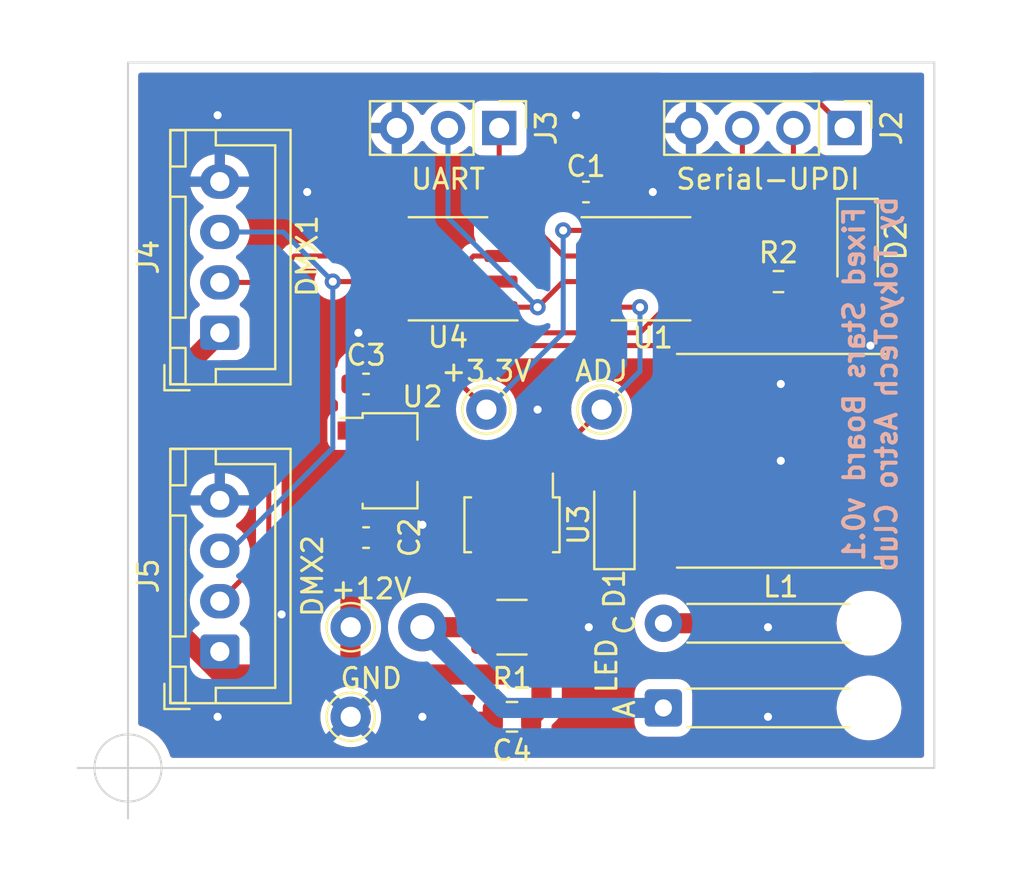
<source format=kicad_pcb>
(kicad_pcb (version 20211014) (generator pcbnew)
  (layers (0 "F.Cu" signal) (31 "B.Cu" signal) (34 "B.Paste" user) (35 "F.Paste" user) (36 "B.SilkS" user "B.Silkscreen") (37 "F.SilkS" user "F.Silkscreen") (38 "B.Mask" user) (39 "F.Mask" user) (44 "Edge.Cuts" user))
  (net 0 "")
  (net 1 "+3.3V")
  (net 2 "GND")
  (net 3 "+12V")
  (net 4 "Net-(D1-Pad2)")
  (net 5 "Net-(D2-Pad1)")
  (net 6 "Net-(D2-Pad2)")
  (net 7 "Net-(J1-Pad1)")
  (net 8 "Net-(J1-Pad2)")
  (net 9 "/UART_TX")
  (net 10 "/UART_RX")
  (net 11 "Net-(J4-Pad2)")
  (net 12 "Net-(J4-Pad3)")
  (net 13 "/UPDI")
  (net 14 "/LED_ADJ")
  (net 15 "/~{RS485_RE}")
  (net 16 "/RS485_DE")
  (footprint "TestPoint:TestPoint_THTPad_D2.0mm_Drill1.0mm" (layer "F.Cu") (at 111.049 143.015)
    (fp_text reference "TP1" hide)
    (fp_text value "+12V" (at 1.016 -1.905) (layer "F.SilkS"))
    (fp_circle (center 0 0) (end 0 1.2) (layer "F.SilkS") (width 0.12) (fill none))
    (pad "1" thru_hole circle (at 0 0) (size 2 2) (drill 1) (layers *.Cu *.Mask) (net 3 "+12V"))
  )
  (footprint "Connector_PinHeader_2.54mm:PinHeader_1x03_P2.54mm_Vertical" (layer "F.Cu") (at 118.415 118.25 -90)
    (fp_text reference "J3" (at 0 -2.33 90) (layer "F.SilkS"))
    (fp_text value "UART" (at 2.54 2.54) (layer "F.SilkS"))
    (fp_line (start 1.33 1.27) (end 1.33 6.41) (layer "F.SilkS") (width 0.12))
    (fp_line (start -1.33 1.27) (end 1.33 1.27) (layer "F.SilkS") (width 0.12))
    (fp_line (start -1.33 6.41) (end 1.33 6.41) (layer "F.SilkS") (width 0.12))
    (fp_line (start -1.33 1.27) (end -1.33 6.41) (layer "F.SilkS") (width 0.12))
    (fp_line (start -1.33 -1.33) (end 0 -1.33) (layer "F.SilkS") (width 0.12))
    (fp_line (start -1.33 0) (end -1.33 -1.33) (layer "F.SilkS") (width 0.12))
    (pad "1" thru_hole rect (at 0 0 270) (size 1.7 1.7) (drill 1) (layers *.Cu *.Mask) (net 9 "/UART_TX"))
    (pad "2" thru_hole oval (at 0 2.54 270) (size 1.7 1.7) (drill 1) (layers *.Cu *.Mask) (net 10 "/UART_RX"))
    (pad "3" thru_hole oval (at 0 5.08 270) (size 1.7 1.7) (drill 1) (layers *.Cu *.Mask) (net 2 "GND"))
  )
  (footprint "Package_SO:SOP-8_3.9x4.9mm_P1.27mm" (layer "F.Cu") (at 115.875 125.235 180)
    (fp_text reference "U4" (at 0 -3.4) (layer "F.SilkS"))
    (fp_text value "MAX3485")
    (fp_line (start 0 2.56) (end -1.95 2.56) (layer "F.SilkS") (width 0.12))
    (fp_line (start 0 2.56) (end 1.95 2.56) (layer "F.SilkS") (width 0.12))
    (fp_line (start 0 -2.56) (end -3.45 -2.56) (layer "F.SilkS") (width 0.12))
    (fp_line (start 0 -2.56) (end 1.95 -2.56) (layer "F.SilkS") (width 0.12))
    (pad "1" smd roundrect (at -2.625 -1.905 180) (size 1.65 0.6) (layers "F.Cu" "F.Paste" "F.Mask") (net 10 "/UART_RX"))
    (pad "2" smd roundrect (at -2.625 -0.635 180) (size 1.65 0.6) (layers "F.Cu" "F.Paste" "F.Mask") (net 15 "/~{RS485_RE}"))
    (pad "3" smd roundrect (at -2.625 0.635 180) (size 1.65 0.6) (layers "F.Cu" "F.Paste" "F.Mask") (net 16 "/RS485_DE"))
    (pad "4" smd roundrect (at -2.625 1.905 180) (size 1.65 0.6) (layers "F.Cu" "F.Paste" "F.Mask") (net 9 "/UART_TX"))
    (pad "5" smd roundrect (at 2.625 1.905 180) (size 1.65 0.6) (layers "F.Cu" "F.Paste" "F.Mask") (net 2 "GND"))
    (pad "6" smd roundrect (at 2.625 0.635 180) (size 1.65 0.6) (layers "F.Cu" "F.Paste" "F.Mask") (net 11 "Net-(J4-Pad2)"))
    (pad "7" smd roundrect (at 2.625 -0.635 180) (size 1.65 0.6) (layers "F.Cu" "F.Paste" "F.Mask") (net 12 "Net-(J4-Pad3)"))
    (pad "8" smd roundrect (at 2.625 -1.905 180) (size 1.65 0.6) (layers "F.Cu" "F.Paste" "F.Mask") (net 1 "+3.3V"))
  )
  (footprint "Capacitor_SMD:C_0603_1608Metric" (layer "F.Cu") (at 122.72 121.425 180)
    (fp_text reference "C1" (at 0 1.27) (layer "F.SilkS"))
    (fp_text value "0.1u")
    (fp_line (start -0.14058 0.51) (end 0.14058 0.51) (layer "F.SilkS") (width 0.12))
    (fp_line (start -0.14058 -0.51) (end 0.14058 -0.51) (layer "F.SilkS") (width 0.12))
    (pad "1" smd roundrect (at -0.775 0 180) (size 0.9 0.95) (layers "F.Cu" "F.Paste" "F.Mask") (net 1 "+3.3V"))
    (pad "2" smd roundrect (at 0.775 0 180) (size 0.9 0.95) (layers "F.Cu" "F.Paste" "F.Mask") (net 2 "GND"))
  )
  (footprint "TestPoint:TestPoint_THTPad_D2.0mm_Drill1.0mm" (layer "F.Cu") (at 123.495 132.22)
    (fp_text reference "TP4" hide)
    (fp_text value "ADJ" (at 0 -1.905) (layer "F.SilkS"))
    (fp_circle (center 0 0) (end 0 1.2) (layer "F.SilkS") (width 0.12) (fill none))
    (pad "1" thru_hole circle (at 0 0) (size 2 2) (drill 1) (layers *.Cu *.Mask) (net 14 "/LED_ADJ"))
  )
  (footprint "Inductor_SMD:L_Taiyo-Yuden_NR-10050_9.8x10.0mm" (layer "F.Cu") (at 132.385 134.76 180)
    (fp_text reference "L1" (at 0 -6.25) (layer "F.SilkS"))
    (fp_text value "68u")
    (fp_line (start -5.15 5.3) (end 5.15 5.3) (layer "F.SilkS") (width 0.12))
    (fp_line (start -5.15 -5.3) (end 5.15 -5.3) (layer "F.SilkS") (width 0.12))
    (pad "1" smd rect (at -4 0 180) (size 2.6 4.5) (layers "F.Cu" "F.Paste" "F.Mask") (net 8 "Net-(J1-Pad2)"))
    (pad "2" smd rect (at 4 0 180) (size 2.6 4.5) (layers "F.Cu" "F.Paste" "F.Mask") (net 4 "Net-(D1-Pad2)"))
  )
  (footprint "TestPoint:TestPoint_THTPad_D2.0mm_Drill1.0mm" (layer "F.Cu") (at 111.049 147.46)
    (fp_text reference "TP2" hide)
    (fp_text value "GND" (at 1.016 -1.905) (layer "F.SilkS"))
    (fp_circle (center 0 0) (end 0 1.2) (layer "F.SilkS") (width 0.12) (fill none))
    (pad "1" thru_hole circle (at 0 0) (size 2 2) (drill 1) (layers *.Cu *.Mask) (net 2 "GND"))
  )
  (footprint "Package_TO_SOT_SMD:SOT-89-5" (layer "F.Cu") (at 119.05 137.935 -90)
    (fp_text reference "U3" (at 0 -3.302 90) (layer "F.SilkS"))
    (fp_text value "CL6808")
    (fp_line (start -1.36 2.36) (end -1.36 2.03) (layer "F.SilkS") (width 0.12))
    (fp_line (start 1.36 2.03) (end 1.36 2.36) (layer "F.SilkS") (width 0.12))
    (fp_line (start -2.54 -2.03) (end -1.36 -2.03) (layer "F.SilkS") (width 0.12))
    (fp_line (start -1.36 -2.36) (end 1.36 -2.36) (layer "F.SilkS") (width 0.12))
    (fp_line (start 1.36 2.36) (end -1.36 2.36) (layer "F.SilkS") (width 0.12))
    (fp_line (start -1.36 -2.36) (end -1.36 -2.03) (layer "F.SilkS") (width 0.12))
    (fp_line (start 1.36 -2.36) (end 1.36 -2.03) (layer "F.SilkS") (width 0.12))
    (pad "1" smd rect (at -1.85 -1.5 270) (size 1.5 0.7) (layers "F.Cu" "F.Paste" "F.Mask") (net 4 "Net-(D1-Pad2)"))
    (pad "2" smd custom (at 0 0 270) (size 0.8 2) (layers "F.Cu" "F.Paste" "F.Mask") (net 2 "GND") (options (clearance outline) (anchor rect)) (primitives (gr_poly (pts (xy 0.9 -0.5) (xy 2.6 -0.5) (xy 2.6 0.5) (xy 0.9 0.5) (xy 0.4 1) (xy -0.4 1) (xy -0.9 0.5) (xy -2.6 0.5) (xy -2.6 -0.5) (xy -0.9 -0.5) (xy -0.4 -1) (xy 0.4 -1)) (width 0) (fill yes))))
    (pad "3" smd rect (at -1.85 1.5 270) (size 1.5 0.7) (layers "F.Cu" "F.Paste" "F.Mask") (net 14 "/LED_ADJ"))
    (pad "4" smd rect (at 1.85 1.5 270) (size 1.5 0.7) (layers "F.Cu" "F.Paste" "F.Mask") (net 7 "Net-(J1-Pad1)"))
    (pad "5" smd rect (at 1.85 -1.5 270) (size 1.5 0.7) (layers "F.Cu" "F.Paste" "F.Mask") (net 3 "+12V"))
  )
  (footprint "Connector_JST:JST_XH_B4B-XH-A_1x04_P2.50mm_Vertical" (layer "F.Cu") (at 104.555 144.225 90)
    (fp_text reference "J5" (at 3.75 -3.55 90) (layer "F.SilkS"))
    (fp_text value "DMX2" (at 3.75 4.6 90) (layer "F.SilkS"))
    (fp_line (start 10.05 -0.2) (end 9.3 -0.2) (layer "F.SilkS") (width 0.12))
    (fp_line (start -1.6 -2.75) (end -2.85 -2.75) (layer "F.SilkS") (width 0.12))
    (fp_line (start -1.8 2.75) (end 3.75 2.75) (layer "F.SilkS") (width 0.12))
    (fp_line (start 9.3 -0.2) (end 9.3 2.75) (layer "F.SilkS") (width 0.12))
    (fp_line (start 0.75 -2.45) (end 0.75 -1.7) (layer "F.SilkS") (width 0.12))
    (fp_line (start -2.55 -2.45) (end -2.55 -1.7) (layer "F.SilkS") (width 0.12))
    (fp_line (start 10.05 -2.45) (end 8.25 -2.45) (layer "F.SilkS") (width 0.12))
    (fp_line (start -0.75 -2.45) (end -2.55 -2.45) (layer "F.SilkS") (width 0.12))
    (fp_line (start -2.55 -0.2) (end -1.8 -0.2) (layer "F.SilkS") (width 0.12))
    (fp_line (start 10.05 -1.7) (end 10.05 -2.45) (layer "F.SilkS") (width 0.12))
    (fp_line (start 6.75 -2.45) (end 0.75 -2.45) (layer "F.SilkS") (width 0.12))
    (fp_line (start 10.06 3.51) (end 10.06 -2.46) (layer "F.SilkS") (width 0.12))
    (fp_line (start -1.8 -0.2) (end -1.8 2.75) (layer "F.SilkS") (width 0.12))
    (fp_line (start -0.75 -1.7) (end -0.75 -2.45) (layer "F.SilkS") (width 0.12))
    (fp_line (start 9.3 2.75) (end 3.75 2.75) (layer "F.SilkS") (width 0.12))
    (fp_line (start 6.75 -1.7) (end 6.75 -2.45) (layer "F.SilkS") (width 0.12))
    (fp_line (start 10.06 -2.46) (end -2.56 -2.46) (layer "F.SilkS") (width 0.12))
    (fp_line (start 8.25 -2.45) (end 8.25 -1.7) (layer "F.SilkS") (width 0.12))
    (fp_line (start -2.56 -2.46) (end -2.56 3.51) (layer "F.SilkS") (width 0.12))
    (fp_line (start 0.75 -1.7) (end 6.75 -1.7) (layer "F.SilkS") (width 0.12))
    (fp_line (start -2.85 -2.75) (end -2.85 -1.5) (layer "F.SilkS") (width 0.12))
    (fp_line (start -2.55 -1.7) (end -0.75 -1.7) (layer "F.SilkS") (width 0.12))
    (fp_line (start 8.25 -1.7) (end 10.05 -1.7) (layer "F.SilkS") (width 0.12))
    (fp_line (start -2.56 3.51) (end 10.06 3.51) (layer "F.SilkS") (width 0.12))
    (pad "1" thru_hole roundrect (at 0 0 90) (size 1.7 1.95) (drill 0.95) (layers *.Cu *.Mask) (roundrect_rratio 0.1470588235) (net 3 "+12V"))
    (pad "2" thru_hole oval (at 2.5 0 90) (size 1.7 1.95) (drill 0.95) (layers *.Cu *.Mask) (net 11 "Net-(J4-Pad2)"))
    (pad "3" thru_hole oval (at 5 0 90) (size 1.7 1.95) (drill 0.95) (layers *.Cu *.Mask) (net 12 "Net-(J4-Pad3)"))
    (pad "4" thru_hole oval (at 7.5 0 90) (size 1.7 1.95) (drill 0.95) (layers *.Cu *.Mask) (net 2 "GND"))
  )
  (footprint "Capacitor_SMD:C_0603_1608Metric" (layer "F.Cu") (at 111.811 138.57)
    (fp_text reference "C2" (at 2.159 0 -270) (layer "F.SilkS"))
    (fp_text value "1u")
    (fp_line (start -0.14058 -0.51) (end 0.14058 -0.51) (layer "F.SilkS") (width 0.12))
    (fp_line (start -0.14058 0.51) (end 0.14058 0.51) (layer "F.SilkS") (width 0.12))
    (pad "1" smd roundrect (at -0.775 0) (size 0.9 0.95) (layers "F.Cu" "F.Paste" "F.Mask") (net 3 "+12V"))
    (pad "2" smd roundrect (at 0.775 0) (size 0.9 0.95) (layers "F.Cu" "F.Paste" "F.Mask") (net 2 "GND"))
  )
  (footprint "Connector_JST:JST_XH_B4B-XH-A_1x04_P2.50mm_Vertical" (layer "F.Cu") (at 104.555 128.41 90)
    (fp_text reference "J4" (at 3.75 -3.55 90) (layer "F.SilkS"))
    (fp_text value "DMX1" (at 3.81 4.335 90) (layer "F.SilkS"))
    (fp_line (start -0.75 -2.45) (end -2.55 -2.45) (layer "F.SilkS") (width 0.12))
    (fp_line (start 10.06 3.51) (end 10.06 -2.46) (layer "F.SilkS") (width 0.12))
    (fp_line (start -2.56 3.51) (end 10.06 3.51) (layer "F.SilkS") (width 0.12))
    (fp_line (start -1.8 -0.2) (end -1.8 2.75) (layer "F.SilkS") (width 0.12))
    (fp_line (start 6.75 -1.7) (end 6.75 -2.45) (layer "F.SilkS") (width 0.12))
    (fp_line (start -1.6 -2.75) (end -2.85 -2.75) (layer "F.SilkS") (width 0.12))
    (fp_line (start -2.55 -2.45) (end -2.55 -1.7) (layer "F.SilkS") (width 0.12))
    (fp_line (start 10.05 -2.45) (end 8.25 -2.45) (layer "F.SilkS") (width 0.12))
    (fp_line (start 9.3 -0.2) (end 9.3 2.75) (layer "F.SilkS") (width 0.12))
    (fp_line (start 8.25 -2.45) (end 8.25 -1.7) (layer "F.SilkS") (width 0.12))
    (fp_line (start 8.25 -1.7) (end 10.05 -1.7) (layer "F.SilkS") (width 0.12))
    (fp_line (start -2.56 -2.46) (end -2.56 3.51) (layer "F.SilkS") (width 0.12))
    (fp_line (start -2.55 -0.2) (end -1.8 -0.2) (layer "F.SilkS") (width 0.12))
    (fp_line (start 10.06 -2.46) (end -2.56 -2.46) (layer "F.SilkS") (width 0.12))
    (fp_line (start -2.55 -1.7) (end -0.75 -1.7) (layer "F.SilkS") (width 0.12))
    (fp_line (start 6.75 -2.45) (end 0.75 -2.45) (layer "F.SilkS") (width 0.12))
    (fp_line (start -1.8 2.75) (end 3.75 2.75) (layer "F.SilkS") (width 0.12))
    (fp_line (start 10.05 -1.7) (end 10.05 -2.45) (layer "F.SilkS") (width 0.12))
    (fp_line (start -2.85 -2.75) (end -2.85 -1.5) (layer "F.SilkS") (width 0.12))
    (fp_line (start -0.75 -1.7) (end -0.75 -2.45) (layer "F.SilkS") (width 0.12))
    (fp_line (start 10.05 -0.2) (end 9.3 -0.2) (layer "F.SilkS") (width 0.12))
    (fp_line (start 0.75 -1.7) (end 6.75 -1.7) (layer "F.SilkS") (width 0.12))
    (fp_line (start 0.75 -2.45) (end 0.75 -1.7) (layer "F.SilkS") (width 0.12))
    (fp_line (start 9.3 2.75) (end 3.75 2.75) (layer "F.SilkS") (width 0.12))
    (pad "1" thru_hole roundrect (at 0 0 90) (size 1.7 1.95) (drill 0.95) (layers *.Cu *.Mask) (roundrect_rratio 0.1470588235) (net 3 "+12V"))
    (pad "2" thru_hole oval (at 2.5 0 90) (size 1.7 1.95) (drill 0.95) (layers *.Cu *.Mask) (net 11 "Net-(J4-Pad2)"))
    (pad "3" thru_hole oval (at 5 0 90) (size 1.7 1.95) (drill 0.95) (layers *.Cu *.Mask) (net 12 "Net-(J4-Pad3)"))
    (pad "4" thru_hole oval (at 7.5 0 90) (size 1.7 1.95) (drill 0.95) (layers *.Cu *.Mask) (net 2 "GND"))
  )
  (footprint "Resistor_SMD:R_1210_3225Metric" (layer "F.Cu") (at 119.05 143.015)
    (fp_text reference "R1" (at 0 2.54) (layer "F.SilkS"))
    (fp_text value "0.1")
    (fp_line (start -0.723737 1.355) (end 0.723737 1.355) (layer "F.SilkS") (width 0.12))
    (fp_line (start -0.723737 -1.355) (end 0.723737 -1.355) (layer "F.SilkS") (width 0.12))
    (pad "1" smd roundrect (at -1.4625 0) (size 1.125 2.65) (layers "F.Cu" "F.Paste" "F.Mask") (roundrect_rratio 0.2222222222) (net 7 "Net-(J1-Pad1)"))
    (pad "2" smd roundrect (at 1.4625 0) (size 1.125 2.65) (layers "F.Cu" "F.Paste" "F.Mask") (roundrect_rratio 0.2222222222) (net 3 "+12V"))
  )
  (footprint "Connector_PinHeader_2.54mm:PinHeader_1x04_P2.54mm_Vertical" (layer "F.Cu") (at 135.55 118.25 -90)
    (fp_text reference "J2" (at 0 -2.33 90) (layer "F.SilkS"))
    (fp_text value "Serial-UPDI" (at 2.54 3.8) (layer "F.SilkS"))
    (fp_line (start -1.33 8.95) (end 1.33 8.95) (layer "F.SilkS") (width 0.12))
    (fp_line (start -1.33 0) (end -1.33 -1.33) (layer "F.SilkS") (width 0.12))
    (fp_line (start 1.33 1.27) (end 1.33 8.95) (layer "F.SilkS") (width 0.12))
    (fp_line (start -1.33 -1.33) (end 0 -1.33) (layer "F.SilkS") (width 0.12))
    (fp_line (start -1.33 1.27) (end -1.33 8.95) (layer "F.SilkS") (width 0.12))
    (fp_line (start -1.33 1.27) (end 1.33 1.27) (layer "F.SilkS") (width 0.12))
    (pad "1" thru_hole rect (at 0 0 270) (size 1.7 1.7) (drill 1) (layers *.Cu *.Mask) (net 1 "+3.3V"))
    (pad "2" thru_hole oval (at 0 2.54 270) (size 1.7 1.7) (drill 1) (layers *.Cu *.Mask) (net 5 "Net-(D2-Pad1)"))
    (pad "3" thru_hole oval (at 0 5.08 270) (size 1.7 1.7) (drill 1) (layers *.Cu *.Mask) (net 6 "Net-(D2-Pad2)"))
    (pad "4" thru_hole oval (at 0 7.62 270) (size 1.7 1.7) (drill 1) (layers *.Cu *.Mask) (net 2 "GND"))
  )
  (footprint "Package_SO:SOIC-8_3.9x4.9mm_P1.27mm" (layer "F.Cu") (at 125.95 125.235)
    (fp_text reference "U1" (at 0.085 3.429) (layer "F.SilkS"))
    (fp_text value "ATtiny202-SS")
    (fp_line (start 0 -2.56) (end -3.45 -2.56) (layer "F.SilkS") (width 0.12))
    (fp_line (start 0 -2.56) (end 1.95 -2.56) (layer "F.SilkS") (width 0.12))
    (fp_line (start 0 2.56) (end 1.95 2.56) (layer "F.SilkS") (width 0.12))
    (fp_line (start 0 2.56) (end -1.95 2.56) (layer "F.SilkS") (width 0.12))
    (pad "1" smd roundrect (at -2.475 -1.905) (size 1.95 0.6) (layers "F.Cu" "F.Paste" "F.Mask") (net 1 "+3.3V"))
    (pad "2" smd roundrect (at -2.475 -0.635) (size 1.95 0.6) (layers "F.Cu" "F.Paste" "F.Mask") (net 9 "/UART_TX"))
    (pad "3" smd roundrect (at -2.475 0.635) (size 1.95 0.6) (layers "F.Cu" "F.Paste" "F.Mask") (net 10 "/UART_RX"))
    (pad "4" smd roundrect (at -2.475 1.905) (size 1.95 0.6) (layers "F.Cu" "F.Paste" "F.Mask") (net 14 "/LED_ADJ"))
    (pad "5" smd roundrect (at 2.475 1.905) (size 1.95 0.6) (layers "F.Cu" "F.Paste" "F.Mask") (net 16 "/RS485_DE"))
    (pad "6" smd roundrect (at 2.475 0.635) (size 1.95 0.6) (layers "F.Cu" "F.Paste" "F.Mask") (net 13 "/UPDI"))
    (pad "7" smd roundrect (at 2.475 -0.635) (size 1.95 0.6) (layers "F.Cu" "F.Paste" "F.Mask") (net 15 "/~{RS485_RE}"))
    (pad "8" smd roundrect (at 2.475 -1.905) (size 1.95 0.6) (layers "F.Cu" "F.Paste" "F.Mask") (net 2 "GND"))
  )
  (footprint "Capacitor_SMD:C_0805_2012Metric" (layer "F.Cu") (at 119.05 147.46 180)
    (fp_text reference "C4" (at 0 -1.68) (layer "F.SilkS"))
    (fp_text value "4.7u50V")
    (fp_line (start -0.261252 0.735) (end 0.261252 0.735) (layer "F.SilkS") (width 0.12))
    (fp_line (start -0.261252 -0.735) (end 0.261252 -0.735) (layer "F.SilkS") (width 0.12))
    (pad "1" smd roundrect (at -0.95 0 180) (size 1 1.45) (layers "F.Cu" "F.Paste" "F.Mask") (net 3 "+12V"))
    (pad "2" smd roundrect (at 0.95 0 180) (size 1 1.45) (layers "F.Cu" "F.Paste" "F.Mask") (net 2 "GND"))
  )
  (footprint "Diode_SMD:D_SOD-123F" (layer "F.Cu") (at 136.195 123.965 -90)
    (fp_text reference "D2" (at -0.127 -1.905 90) (layer "F.SilkS"))
    (fp_text value "SS2040FL")
    (fp_line (start -2.2 -1) (end 1.65 -1) (layer "F.SilkS") (width 0.12))
    (fp_line (start -2.2 1) (end 1.65 1) (layer "F.SilkS") (width 0.12))
    (fp_line (start -2.2 -1) (end -2.2 1) (layer "F.SilkS") (width 0.12))
    (pad "1" smd rect (at -1.4 0 270) (size 1.1 1.1) (layers "F.Cu" "F.Paste" "F.Mask") (net 5 "Net-(D2-Pad1)"))
    (pad "2" smd rect (at 1.4 0 270) (size 1.1 1.1) (layers "F.Cu" "F.Paste" "F.Mask") (net 6 "Net-(D2-Pad2)"))
  )
  (footprint "Resistor_SMD:R_0603_1608Metric" (layer "F.Cu") (at 132.27 125.87)
    (fp_text reference "R2" (at 0 -1.43) (layer "F.SilkS"))
    (fp_text value "1k")
    (fp_line (start -0.237258 -0.5225) (end 0.237258 -0.5225) (layer "F.SilkS") (width 0.12))
    (fp_line (start -0.237258 0.5225) (end 0.237258 0.5225) (layer "F.SilkS") (width 0.12))
    (pad "1" smd roundrect (at -0.825 0) (size 0.8 0.95) (layers "F.Cu" "F.Paste" "F.Mask") (net 13 "/UPDI"))
    (pad "2" smd roundrect (at 0.825 0) (size 0.8 0.95) (layers "F.Cu" "F.Paste" "F.Mask") (net 6 "Net-(D2-Pad2)"))
  )
  (footprint "Capacitor_SMD:C_0603_1608Metric" (layer "F.Cu") (at 111.811 130.95)
    (fp_text reference "C3" (at 0 -1.43) (layer "F.SilkS"))
    (fp_text value "0.1u")
    (fp_line (start -0.14058 0.51) (end 0.14058 0.51) (layer "F.SilkS") (width 0.12))
    (fp_line (start -0.14058 -0.51) (end 0.14058 -0.51) (layer "F.SilkS") (width 0.12))
    (pad "1" smd roundrect (at -0.775 0) (size 0.9 0.95) (layers "F.Cu" "F.Paste" "F.Mask") (net 1 "+3.3V"))
    (pad "2" smd roundrect (at 0.775 0) (size 0.9 0.95) (layers "F.Cu" "F.Paste" "F.Mask") (net 2 "GND"))
  )
  (footprint "Package_TO_SOT_SMD:SOT-89-3" (layer "F.Cu") (at 112.7 134.76)
    (fp_text reference "U2" (at 1.905 -3.175) (layer "F.SilkS"))
    (fp_text value "NJM78L33SU3")
    (fp_line (start -2.2 -2.13) (end -1.06 -2.13) (layer "F.SilkS") (width 0.12))
    (fp_line (start -1.06 -2.36) (end 1.66 -2.36) (layer "F.SilkS") (width 0.12))
    (fp_line (start 1.66 -2.36) (end 1.66 -1.05) (layer "F.SilkS") (width 0.12))
    (fp_line (start 1.66 2.36) (end -1.06 2.36) (layer "F.SilkS") (width 0.12))
    (fp_line (start 1.66 1.05) (end 1.66 2.36) (layer "F.SilkS") (width 0.12))
    (fp_line (start -1.06 2.36) (end -1.06 2.13) (layer "F.SilkS") (width 0.12))
    (fp_line (start -1.06 -2.36) (end -1.06 -2.13) (layer "F.SilkS") (width 0.12))
    (pad "1" smd rect (at -1.65 -1.5) (size 1.3 0.9) (layers "F.Cu" "F.Paste" "F.Mask") (net 1 "+3.3V"))
    (pad "2" smd custom (at -1.5625 0) (size 1.475 0.9) (layers "F.Cu" "F.Paste" "F.Mask") (net 2 "GND") (options (clearance outline) (anchor rect)) (primitives (gr_poly (pts (xy 3.8625 0.8665) (xy 0.7375 0.8665) (xy 0.7375 -0.8665) (xy 3.8625 -0.8665)) (width 0) (fill yes))))
    (pad "3" smd rect (at -1.65 1.5) (size 1.3 0.9) (layers "F.Cu" "F.Paste" "F.Mask") (net 3 "+12V"))
  )
  (footprint "Diode_SMD:D_SOD-123F" (layer "F.Cu") (at 124.13 137.935 90)
    (fp_text reference "D1" (at -3.175 0 90) (layer "F.SilkS"))
    (fp_text value "SS2040FL")
    (fp_line (start -2.2 1) (end 1.65 1) (layer "F.SilkS") (width 0.12))
    (fp_line (start -2.2 -1) (end 1.65 -1) (layer "F.SilkS") (width 0.12))
    (fp_line (start -2.2 -1) (end -2.2 1) (layer "F.SilkS") (width 0.12))
    (pad "1" smd rect (at -1.4 0 90) (size 1.1 1.1) (layers "F.Cu" "F.Paste" "F.Mask") (net 3 "+12V"))
    (pad "2" smd rect (at 1.4 0 90) (size 1.1 1.1) (layers "F.Cu" "F.Paste" "F.Mask") (net 4 "Net-(D1-Pad2)"))
  )
  (footprint "Connector_Wire:SolderWire-0.25sqmm_1x02_P4.2mm_D0.65mm_OD1.7mm_Relief" (layer "F.Cu") (at 126.56 147.02 90)
    (fp_text reference "J1" hide)
    (fp_text value "LED" (at 2.1 -2.811 90) (layer "F.SilkS"))
    (fp_line (start -0.96 1.185) (end -0.96 9.24) (layer "F.SilkS") (width 0.12))
    (fp_line (start 3.24 1.185) (end 3.24 9.24) (layer "F.SilkS") (width 0.12))
    (fp_line (start 5.16 1.185) (end 5.16 9.24) (layer "F.SilkS") (width 0.12))
    (fp_line (start 0.96 1.185) (end 0.96 9.24) (layer "F.SilkS") (width 0.12))
    (pad "" np_thru_hole circle (at 4.2 10.2 90) (size 2.2 2.2) (drill 2.2) (layers *.Cu *.Mask))
    (pad "" np_thru_hole circle (at 0 10.2 90) (size 2.2 2.2) (drill 2.2) (layers *.Cu *.Mask))
    (pad "1" thru_hole roundrect (at 0 0 90) (size 1.85 1.85) (drill 0.85) (layers *.Cu *.Mask) (roundrect_rratio 0.1351351351) (net 7 "Net-(J1-Pad1)"))
    (pad "2" thru_hole circle (at 4.2 0 90) (size 1.85 1.85) (drill 0.85) (layers *.Cu *.Mask) (net 8 "Net-(J1-Pad2)"))
  )
  (footprint "TestPoint:TestPoint_THTPad_D2.0mm_Drill1.0mm" (layer "F.Cu") (at 117.78 132.22)
    (fp_text reference "TP3" hide)
    (fp_text value "+3.3V" (at 0 -1.905) (layer "F.SilkS"))
    (fp_circle (center 0 0) (end 0 1.2) (layer "F.SilkS") (width 0.12) (fill none))
    (pad "1" thru_hole circle (at 0 0) (size 2 2) (drill 1) (layers *.Cu *.Mask) (net 1 "+3.3V"))
  )
  (gr_rect (start 100 150) (end 140 115) (layer "Edge.Cuts") (width 0.1) (fill none))
  (gr_text "Fixed Stars Board v0.1\nby TokyoTech Astro Club" (at 136.83 130.95 90) (layer "B.SilkS") (effects (font (size 1 1) (thickness 0.2)) (justify mirror)))
  (gr_text "A" (at 124.638 147.079 90) (layer "F.SilkS") (effects (font (size 1 1))))
  (gr_text "C" (at 124.638 142.888 90) (layer "F.SilkS") (effects (font (size 1 1))))
  (target plus (at 100 150) (size 5) (width 0.1) (layer "Edge.Cuts"))
  (segment (start 113.335 129.68) (end 115.24 129.68) (width 0.25) (layer "F.Cu") (net 1))
  (segment (start 113.335 127.225) (end 113.335 129.68) (width 0.25) (layer "F.Cu") (net 1))
  (segment (start 111.036 130.95) (end 111.036 130.074) (width 0.25) (layer "F.Cu") (net 1))
  (segment (start 123.495 123.31) (end 123.475 123.33) (width 0.25) (layer "F.Cu") (net 1))
  (segment (start 111.036 130.074) (end 111.43 129.68) (width 0.25) (layer "F.Cu") (net 1))
  (segment (start 111.43 129.68) (end 113.335 129.68) (width 0.25) (layer "F.Cu") (net 1))
  (segment (start 113.25 127.14) (end 113.335 127.225) (width 0.25) (layer "F.Cu") (net 1))
  (segment (start 113.25 127.1825) (end 113.25 127.14) (width 0.25) (layer "F.Cu") (net 1))
  (segment (start 123.495 121.425) (end 123.495 119.52) (width 0.25) (layer "F.Cu") (net 1))
  (segment (start 123.495 119.52) (end 126.67 116.345) (width 0.25) (layer "F.Cu") (net 1))
  (segment (start 111.05 130.964) (end 111.036 130.95) (width 0.25) (layer "F.Cu") (net 1))
  (segment (start 126.67 116.345) (end 133.645 116.345) (width 0.25) (layer "F.Cu") (net 1))
  (segment (start 115.24 129.68) (end 117.78 132.22) (width 0.25) (layer "F.Cu") (net 1))
  (segment (start 111.05 133.26) (end 111.05 130.964) (width 0.25) (layer "F.Cu") (net 1))
  (segment (start 133.645 116.345) (end 135.55 118.25) (width 0.25) (layer "F.Cu") (net 1))
  (segment (start 123.475 123.33) (end 121.59 123.33) (width 0.25) (layer "F.Cu") (net 1))
  (segment (start 123.495 121.425) (end 123.495 123.31) (width 0.25) (layer "F.Cu") (net 1))
  (via (at 121.59 123.33) (size 0.8) (drill 0.4) (layers "F.Cu" "B.Cu") (net 1))
  (segment (start 121.59 128.41) (end 117.78 132.22) (width 0.25) (layer "B.Cu") (net 1))
  (segment (start 121.59 123.33) (end 121.59 128.41) (width 0.25) (layer "B.Cu") (net 1))
  (via (at 104.445 117.615) (size 0.8) (drill 0.4) (layers "F.Cu" "B.Cu") (net 2))
  (via (at 104.445 147.46) (size 0.8) (drill 0.4) (layers "F.Cu" "B.Cu") (net 2))
  (via (at 131.75 143.015) (size 0.8) (drill 0.4) (layers "F.Cu" "B.Cu") (net 2))
  (via (at 122.225 117.615) (size 0.8) (drill 0.4) (layers "F.Cu" "B.Cu") (net 2))
  (via (at 136.83 129.045) (size 0.8) (drill 0.4) (layers "F.Cu" "B.Cu") (net 2))
  (via (at 126.035 121.425) (size 0.8) (drill 0.4) (layers "F.Cu" "B.Cu") (net 2))
  (via (at 107.62 142.38) (size 0.8) (drill 0.4) (layers "F.Cu" "B.Cu") (net 2))
  (via (at 132.385 134.76) (size 0.8) (drill 0.4) (layers "F.Cu" "B.Cu") (net 2))
  (via (at 114.605 147.46) (size 0.8) (drill 0.4) (layers "F.Cu" "B.Cu") (net 2))
  (via (at 122.86 143.015) (size 0.8) (drill 0.4) (layers "F.Cu" "B.Cu") (net 2))
  (via (at 132.385 130.95) (size 0.8) (drill 0.4) (layers "F.Cu" "B.Cu") (net 2))
  (via (at 111.43 128.41) (size 0.8) (drill 0.4) (layers "F.Cu" "B.Cu") (net 2))
  (via (at 108.89 121.425) (size 0.8) (drill 0.4) (layers "F.Cu" "B.Cu") (net 2))
  (via (at 131.75 147.46) (size 0.8) (drill 0.4) (layers "F.Cu" "B.Cu") (net 2))
  (via (at 114.605 137.935) (size 0.8) (drill 0.4) (layers "F.Cu" "B.Cu") (net 2))
  (via (at 120.32 132.22) (size 0.8) (drill 0.4) (layers "F.Cu" "B.Cu") (net 2))
  (segment (start 102.54 130.425) (end 104.555 128.41) (width 1) (layer "F.Cu") (net 3))
  (segment (start 120.55 139.785) (end 120.55 142.9775) (width 1) (layer "F.Cu") (net 3))
  (segment (start 111.05 138.556) (end 111.036 138.57) (width 1) (layer "F.Cu") (net 3))
  (segment (start 120.5125 145.3625) (end 104.6375 145.3625) (width 1) (layer "F.Cu") (net 3))
  (segment (start 111.036 138.57) (end 111.036 145.301) (width 1) (layer "F.Cu") (net 3))
  (segment (start 120.5125 143.015) (end 120.5125 145.3625) (width 1) (layer "F.Cu") (net 3))
  (segment (start 120.55 139.785) (end 123.68 139.785) (width 1) (layer "F.Cu") (net 3))
  (segment (start 104.555 144.225) (end 104.555 145.28) (width 1) (layer "F.Cu") (net 3))
  (segment (start 120.5125 145.3625) (end 120.5125 146.9475) (width 1) (layer "F.Cu") (net 3))
  (segment (start 120.5125 146.9475) (end 120 147.46) (width 1) (layer "F.Cu") (net 3))
  (segment (start 120.55 142.9775) (end 120.5125 143.015) (width 1) (layer "F.Cu") (net 3))
  (segment (start 123.68 139.785) (end 124.13 139.335) (width 1) (layer "F.Cu") (net 3))
  (segment (start 102.54 143.265) (end 102.54 130.425) (width 1) (layer "F.Cu") (net 3))
  (segment (start 104.6375 145.3625) (end 102.54 143.265) (width 1) (layer "F.Cu") (net 3))
  (segment (start 104.555 145.28) (end 104.6375 145.3625) (width 1) (layer "F.Cu") (net 3))
  (segment (start 111.05 136.26) (end 111.05 138.556) (width 1) (layer "F.Cu") (net 3))
  (segment (start 127.06 136.085) (end 128.385 134.76) (width 1) (layer "F.Cu") (net 4))
  (segment (start 124.185 136.085) (end 127.06 136.085) (width 1) (layer "F.Cu") (net 4))
  (segment (start 124.13 136.14) (end 124.185 136.085) (width 1) (layer "F.Cu") (net 4))
  (segment (start 124.13 136.535) (end 124.13 136.14) (width 1) (layer "F.Cu") (net 4))
  (segment (start 120.55 136.085) (end 124.185 136.085) (width 1) (layer "F.Cu") (net 4))
  (segment (start 134.16 122.565) (end 136.195 122.565) (width 0.25) (layer "F.Cu") (net 5))
  (segment (start 133.01 118.25) (end 133.01 121.415) (width 0.25) (layer "F.Cu") (net 5))
  (segment (start 133.01 121.415) (end 134.16 122.565) (width 0.25) (layer "F.Cu") (net 5))
  (segment (start 133.095 124.04) (end 133.095 125.87) (width 0.25) (layer "F.Cu") (net 6))
  (segment (start 130.48 121.425) (end 133.095 124.04) (width 0.25) (layer "F.Cu") (net 6))
  (segment (start 130.48 118.26) (end 130.48 121.425) (width 0.25) (layer "F.Cu") (net 6))
  (segment (start 133.095 125.87) (end 135.69 125.87) (width 0.25) (layer "F.Cu") (net 6))
  (segment (start 130.47 118.25) (end 130.48 118.26) (width 0.25) (layer "F.Cu") (net 6))
  (segment (start 135.69 125.87) (end 136.195 125.365) (width 0.25) (layer "F.Cu") (net 6))
  (segment (start 117.55 139.785) (end 117.55 142.9775) (width 1) (layer "F.Cu") (net 7))
  (segment (start 117.55 142.9775) (end 117.5875 143.015) (width 1) (layer "F.Cu") (net 7))
  (segment (start 117.5875 143.015) (end 114.605 143.015) (width 1) (layer "F.Cu") (net 7))
  (via (at 114.605 143.015) (size 2.4) (drill 1.2) (layers "F.Cu" "B.Cu") (net 7))
  (segment (start 114.605 143.015) (end 118.61 147.02) (width 1) (layer "B.Cu") (net 7))
  (segment (start 118.61 147.02) (end 126.56 147.02) (width 1) (layer "B.Cu") (net 7))
  (segment (start 128.325 142.82) (end 136.385 134.76) (width 1) (layer "F.Cu") (net 8))
  (segment (start 126.56 142.82) (end 128.325 142.82) (width 1) (layer "F.Cu") (net 8))
  (segment (start 120.32 123.33) (end 118.5 123.33) (width 0.25) (layer "F.Cu") (net 9))
  (segment (start 123.475 124.6) (end 121.59 124.6) (width 0.25) (layer "F.Cu") (net 9))
  (segment (start 118.415 123.245) (end 118.5 123.33) (width 0.25) (layer "F.Cu") (net 9))
  (segment (start 121.59 124.6) (end 120.32 123.33) (width 0.25) (layer "F.Cu") (net 9))
  (segment (start 118.415 118.25) (end 118.415 123.245) (width 0.25) (layer "F.Cu") (net 9))
  (segment (start 123.475 125.87) (end 121.59 125.87) (width 0.25) (layer "F.Cu") (net 10))
  (segment (start 120.32 127.14) (end 118.5 127.14) (width 0.25) (layer "F.Cu") (net 10))
  (segment (start 121.59 125.87) (end 120.32 127.14) (width 0.25) (layer "F.Cu") (net 10))
  (via (at 120.32 127.14) (size 0.8) (drill 0.4) (layers "F.Cu" "B.Cu") (net 10))
  (segment (start 115.875 122.695) (end 115.875 118.25) (width 0.25) (layer "B.Cu") (net 10))
  (segment (start 120.32 127.14) (end 115.875 122.695) (width 0.25) (layer "B.Cu") (net 10))
  (segment (start 108.255 124.6) (end 113.25 124.6) (width 0.25) (layer "F.Cu") (net 11))
  (segment (start 106.945 125.91) (end 108.255 124.6) (width 0.25) (layer "F.Cu") (net 11))
  (segment (start 104.555 141.725) (end 106.985 139.295) (width 0.25) (layer "F.Cu") (net 11))
  (segment (start 104.555 125.91) (end 106.945 125.91) (width 0.25) (layer "F.Cu") (net 11))
  (segment (start 106.985 139.295) (end 106.985 125.95) (width 0.25) (layer "F.Cu") (net 11))
  (segment (start 106.985 125.95) (end 106.945 125.91) (width 0.25) (layer "F.Cu") (net 11))
  (segment (start 113.25 125.87) (end 110.16 125.87) (width 0.25) (layer "F.Cu") (net 12))
  (via (at 110.16 125.87) (size 0.8) (drill 0.4) (layers "F.Cu" "B.Cu") (net 12))
  (segment (start 110.16 125.87) (end 107.7 123.41) (width 0.25) (layer "B.Cu") (net 12))
  (segment (start 110.16 134.125) (end 110.16 125.87) (width 0.25) (layer "B.Cu") (net 12))
  (segment (start 105.06 139.225) (end 110.16 134.125) (width 0.25) (layer "B.Cu") (net 12))
  (segment (start 104.555 139.225) (end 105.06 139.225) (width 0.25) (layer "B.Cu") (net 12))
  (segment (start 107.7 123.41) (end 104.555 123.41) (width 0.25) (layer "B.Cu") (net 12))
  (segment (start 128.425 125.87) (end 131.445 125.87) (width 0.25) (layer "F.Cu") (net 13))
  (segment (start 121.59 134.125) (end 118.415 134.125) (width 0.25) (layer "F.Cu") (net 14))
  (segment (start 118.415 134.125) (end 117.55 134.99) (width 0.25) (layer "F.Cu") (net 14))
  (segment (start 123.495 132.22) (end 121.59 134.125) (width 0.25) (layer "F.Cu") (net 14))
  (segment (start 123.475 132.2) (end 123.495 132.22) (width 0.25) (layer "F.Cu") (net 14))
  (segment (start 123.475 127.14) (end 125.4 127.14) (width 0.25) (layer "F.Cu") (net 14))
  (segment (start 117.55 134.99) (end 117.55 136.085) (width 0.25) (layer "F.Cu") (net 14))
  (via (at 125.4 127.14) (size 0.8) (drill 0.4) (layers "F.Cu" "B.Cu") (net 14))
  (segment (start 125.4 127.14) (end 125.4 130.315) (width 0.25) (layer "B.Cu") (net 14))
  (segment (start 125.4 130.315) (end 123.495 132.22) (width 0.25) (layer "B.Cu") (net 14))
  (segment (start 125.4 128.41) (end 126.67 127.14) (width 0.25) (layer "F.Cu") (net 15))
  (segment (start 117.145 128.41) (end 125.4 128.41) (width 0.25) (layer "F.Cu") (net 15))
  (segment (start 127.94 124.6) (end 128.425 124.6) (width 0.25) (layer "F.Cu") (net 15))
  (segment (start 116.51 127.775) (end 117.145 128.41) (width 0.25) (layer "F.Cu") (net 15))
  (segment (start 118.5 125.87) (end 117.145 125.87) (width 0.25) (layer "F.Cu") (net 15))
  (segment (start 126.67 127.14) (end 126.67 125.87) (width 0.25) (layer "F.Cu") (net 15))
  (segment (start 116.51 126.505) (end 116.51 127.775) (width 0.25) (layer "F.Cu") (net 15))
  (segment (start 117.145 125.87) (end 116.51 126.505) (width 0.25) (layer "F.Cu") (net 15))
  (segment (start 126.67 125.87) (end 127.94 124.6) (width 0.25) (layer "F.Cu") (net 15))
  (segment (start 117.145 124.6) (end 115.875 125.87) (width 0.25) (layer "F.Cu") (net 16))
  (segment (start 126.52 129.045) (end 128.425 127.14) (width 0.25) (layer "F.Cu") (net 16))
  (segment (start 115.875 125.87) (end 115.875 128.41) (width 0.25) (layer "F.Cu") (net 16))
  (segment (start 118.5 124.6) (end 117.145 124.6) (width 0.25) (layer "F.Cu") (net 16))
  (segment (start 115.875 128.41) (end 116.51 129.045) (width 0.25) (layer "F.Cu") (net 16))
  (segment (start 116.51 129.045) (end 126.52 129.045) (width 0.25) (layer "F.Cu") (net 16))
  (zone (net 2) (net_name "GND") (layer "F.Cu") (connect_pads (clearance 0.508)) (min_thickness 0.254) (fill yes (thermal_gap 0.508) (thermal_bridge_width 0.508))
    (polygon (pts (xy 144.45 156.35) (xy 93.65 156.35) (xy 93.65 111.9) (xy 144.45 111.9)))
  )
  (zone (net 2) (net_name "GND") (layer "B.Cu") (connect_pads (clearance 0.508)) (min_thickness 0.254) (fill yes (thermal_gap 0.508) (thermal_bridge_width 0.508))
    (polygon (pts (xy 144.45 156.35) (xy 93.65 156.35) (xy 93.65 111.9) (xy 144.45 111.9)))
  )
)
</source>
